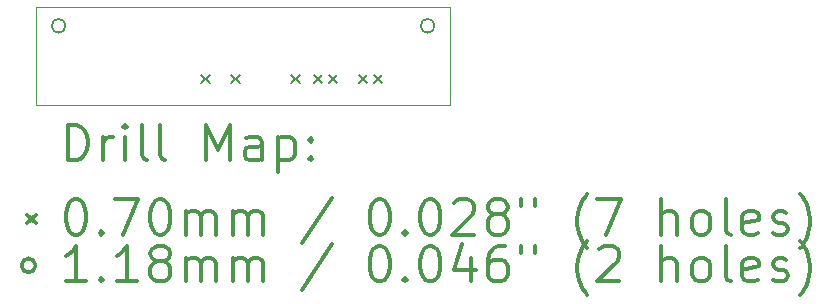
<source format=gbr>
%FSLAX45Y45*%
G04 Gerber Fmt 4.5, Leading zero omitted, Abs format (unit mm)*
G04 Created by KiCad (PCBNEW 4.0.2-stable) date 02/07/2016 18:31:29*
%MOMM*%
G01*
G04 APERTURE LIST*
%ADD10C,0.127000*%
%ADD11C,0.100000*%
%ADD12C,0.200000*%
%ADD13C,0.300000*%
G04 APERTURE END LIST*
D10*
D11*
X12992100Y-9461500D02*
X12992100Y-9563100D01*
X16497300Y-9461500D02*
X16497300Y-9563100D01*
X16497300Y-9436100D02*
X16497300Y-9461500D01*
X12992100Y-9436100D02*
X12992100Y-9461500D01*
X16497300Y-9436100D02*
X16497300Y-8737600D01*
X12992100Y-8737600D02*
X12992100Y-9436100D01*
X12992100Y-9410700D02*
X12992100Y-9436100D01*
X12992100Y-8737600D02*
X16497300Y-8737600D01*
X16497300Y-9563100D02*
X12992100Y-9563100D01*
X16078200Y-8737600D02*
X16497300Y-8737600D01*
D12*
X14392200Y-9312200D02*
X14462200Y-9382200D01*
X14462200Y-9312200D02*
X14392200Y-9382200D01*
X14646200Y-9312200D02*
X14716200Y-9382200D01*
X14716200Y-9312200D02*
X14646200Y-9382200D01*
X15154200Y-9312200D02*
X15224200Y-9382200D01*
X15224200Y-9312200D02*
X15154200Y-9382200D01*
X15344700Y-9312200D02*
X15414700Y-9382200D01*
X15414700Y-9312200D02*
X15344700Y-9382200D01*
X15471700Y-9312200D02*
X15541700Y-9382200D01*
X15541700Y-9312200D02*
X15471700Y-9382200D01*
X15725700Y-9312200D02*
X15795700Y-9382200D01*
X15795700Y-9312200D02*
X15725700Y-9382200D01*
X15852700Y-9312200D02*
X15922700Y-9382200D01*
X15922700Y-9312200D02*
X15852700Y-9382200D01*
X13241200Y-8895100D02*
G75*
G03X13241200Y-8895100I-59000J0D01*
G01*
X16366200Y-8895100D02*
G75*
G03X16366200Y-8895100I-59000J0D01*
G01*
D13*
X13258528Y-10033814D02*
X13258528Y-9733814D01*
X13329957Y-9733814D01*
X13372814Y-9748100D01*
X13401386Y-9776672D01*
X13415671Y-9805243D01*
X13429957Y-9862386D01*
X13429957Y-9905243D01*
X13415671Y-9962386D01*
X13401386Y-9990957D01*
X13372814Y-10019529D01*
X13329957Y-10033814D01*
X13258528Y-10033814D01*
X13558528Y-10033814D02*
X13558528Y-9833814D01*
X13558528Y-9890957D02*
X13572814Y-9862386D01*
X13587100Y-9848100D01*
X13615671Y-9833814D01*
X13644243Y-9833814D01*
X13744243Y-10033814D02*
X13744243Y-9833814D01*
X13744243Y-9733814D02*
X13729957Y-9748100D01*
X13744243Y-9762386D01*
X13758528Y-9748100D01*
X13744243Y-9733814D01*
X13744243Y-9762386D01*
X13929957Y-10033814D02*
X13901386Y-10019529D01*
X13887100Y-9990957D01*
X13887100Y-9733814D01*
X14087100Y-10033814D02*
X14058528Y-10019529D01*
X14044243Y-9990957D01*
X14044243Y-9733814D01*
X14429957Y-10033814D02*
X14429957Y-9733814D01*
X14529957Y-9948100D01*
X14629957Y-9733814D01*
X14629957Y-10033814D01*
X14901386Y-10033814D02*
X14901386Y-9876672D01*
X14887100Y-9848100D01*
X14858528Y-9833814D01*
X14801386Y-9833814D01*
X14772814Y-9848100D01*
X14901386Y-10019529D02*
X14872814Y-10033814D01*
X14801386Y-10033814D01*
X14772814Y-10019529D01*
X14758528Y-9990957D01*
X14758528Y-9962386D01*
X14772814Y-9933814D01*
X14801386Y-9919529D01*
X14872814Y-9919529D01*
X14901386Y-9905243D01*
X15044243Y-9833814D02*
X15044243Y-10133814D01*
X15044243Y-9848100D02*
X15072814Y-9833814D01*
X15129957Y-9833814D01*
X15158528Y-9848100D01*
X15172814Y-9862386D01*
X15187100Y-9890957D01*
X15187100Y-9976672D01*
X15172814Y-10005243D01*
X15158528Y-10019529D01*
X15129957Y-10033814D01*
X15072814Y-10033814D01*
X15044243Y-10019529D01*
X15315671Y-10005243D02*
X15329957Y-10019529D01*
X15315671Y-10033814D01*
X15301386Y-10019529D01*
X15315671Y-10005243D01*
X15315671Y-10033814D01*
X15315671Y-9848100D02*
X15329957Y-9862386D01*
X15315671Y-9876672D01*
X15301386Y-9862386D01*
X15315671Y-9848100D01*
X15315671Y-9876672D01*
X12917100Y-10493100D02*
X12987100Y-10563100D01*
X12987100Y-10493100D02*
X12917100Y-10563100D01*
X13315671Y-10363814D02*
X13344243Y-10363814D01*
X13372814Y-10378100D01*
X13387100Y-10392386D01*
X13401386Y-10420957D01*
X13415671Y-10478100D01*
X13415671Y-10549529D01*
X13401386Y-10606672D01*
X13387100Y-10635243D01*
X13372814Y-10649529D01*
X13344243Y-10663814D01*
X13315671Y-10663814D01*
X13287100Y-10649529D01*
X13272814Y-10635243D01*
X13258528Y-10606672D01*
X13244243Y-10549529D01*
X13244243Y-10478100D01*
X13258528Y-10420957D01*
X13272814Y-10392386D01*
X13287100Y-10378100D01*
X13315671Y-10363814D01*
X13544243Y-10635243D02*
X13558528Y-10649529D01*
X13544243Y-10663814D01*
X13529957Y-10649529D01*
X13544243Y-10635243D01*
X13544243Y-10663814D01*
X13658528Y-10363814D02*
X13858528Y-10363814D01*
X13729957Y-10663814D01*
X14029957Y-10363814D02*
X14058528Y-10363814D01*
X14087100Y-10378100D01*
X14101386Y-10392386D01*
X14115671Y-10420957D01*
X14129957Y-10478100D01*
X14129957Y-10549529D01*
X14115671Y-10606672D01*
X14101386Y-10635243D01*
X14087100Y-10649529D01*
X14058528Y-10663814D01*
X14029957Y-10663814D01*
X14001386Y-10649529D01*
X13987100Y-10635243D01*
X13972814Y-10606672D01*
X13958528Y-10549529D01*
X13958528Y-10478100D01*
X13972814Y-10420957D01*
X13987100Y-10392386D01*
X14001386Y-10378100D01*
X14029957Y-10363814D01*
X14258528Y-10663814D02*
X14258528Y-10463814D01*
X14258528Y-10492386D02*
X14272814Y-10478100D01*
X14301386Y-10463814D01*
X14344243Y-10463814D01*
X14372814Y-10478100D01*
X14387100Y-10506672D01*
X14387100Y-10663814D01*
X14387100Y-10506672D02*
X14401386Y-10478100D01*
X14429957Y-10463814D01*
X14472814Y-10463814D01*
X14501386Y-10478100D01*
X14515671Y-10506672D01*
X14515671Y-10663814D01*
X14658528Y-10663814D02*
X14658528Y-10463814D01*
X14658528Y-10492386D02*
X14672814Y-10478100D01*
X14701386Y-10463814D01*
X14744243Y-10463814D01*
X14772814Y-10478100D01*
X14787100Y-10506672D01*
X14787100Y-10663814D01*
X14787100Y-10506672D02*
X14801386Y-10478100D01*
X14829957Y-10463814D01*
X14872814Y-10463814D01*
X14901386Y-10478100D01*
X14915671Y-10506672D01*
X14915671Y-10663814D01*
X15501386Y-10349529D02*
X15244243Y-10735243D01*
X15887100Y-10363814D02*
X15915671Y-10363814D01*
X15944243Y-10378100D01*
X15958528Y-10392386D01*
X15972814Y-10420957D01*
X15987100Y-10478100D01*
X15987100Y-10549529D01*
X15972814Y-10606672D01*
X15958528Y-10635243D01*
X15944243Y-10649529D01*
X15915671Y-10663814D01*
X15887100Y-10663814D01*
X15858528Y-10649529D01*
X15844243Y-10635243D01*
X15829957Y-10606672D01*
X15815671Y-10549529D01*
X15815671Y-10478100D01*
X15829957Y-10420957D01*
X15844243Y-10392386D01*
X15858528Y-10378100D01*
X15887100Y-10363814D01*
X16115671Y-10635243D02*
X16129957Y-10649529D01*
X16115671Y-10663814D01*
X16101386Y-10649529D01*
X16115671Y-10635243D01*
X16115671Y-10663814D01*
X16315671Y-10363814D02*
X16344243Y-10363814D01*
X16372814Y-10378100D01*
X16387100Y-10392386D01*
X16401385Y-10420957D01*
X16415671Y-10478100D01*
X16415671Y-10549529D01*
X16401385Y-10606672D01*
X16387100Y-10635243D01*
X16372814Y-10649529D01*
X16344243Y-10663814D01*
X16315671Y-10663814D01*
X16287100Y-10649529D01*
X16272814Y-10635243D01*
X16258528Y-10606672D01*
X16244243Y-10549529D01*
X16244243Y-10478100D01*
X16258528Y-10420957D01*
X16272814Y-10392386D01*
X16287100Y-10378100D01*
X16315671Y-10363814D01*
X16529957Y-10392386D02*
X16544243Y-10378100D01*
X16572814Y-10363814D01*
X16644243Y-10363814D01*
X16672814Y-10378100D01*
X16687100Y-10392386D01*
X16701385Y-10420957D01*
X16701385Y-10449529D01*
X16687100Y-10492386D01*
X16515671Y-10663814D01*
X16701385Y-10663814D01*
X16872814Y-10492386D02*
X16844243Y-10478100D01*
X16829957Y-10463814D01*
X16815671Y-10435243D01*
X16815671Y-10420957D01*
X16829957Y-10392386D01*
X16844243Y-10378100D01*
X16872814Y-10363814D01*
X16929957Y-10363814D01*
X16958528Y-10378100D01*
X16972814Y-10392386D01*
X16987100Y-10420957D01*
X16987100Y-10435243D01*
X16972814Y-10463814D01*
X16958528Y-10478100D01*
X16929957Y-10492386D01*
X16872814Y-10492386D01*
X16844243Y-10506672D01*
X16829957Y-10520957D01*
X16815671Y-10549529D01*
X16815671Y-10606672D01*
X16829957Y-10635243D01*
X16844243Y-10649529D01*
X16872814Y-10663814D01*
X16929957Y-10663814D01*
X16958528Y-10649529D01*
X16972814Y-10635243D01*
X16987100Y-10606672D01*
X16987100Y-10549529D01*
X16972814Y-10520957D01*
X16958528Y-10506672D01*
X16929957Y-10492386D01*
X17101386Y-10363814D02*
X17101386Y-10420957D01*
X17215671Y-10363814D02*
X17215671Y-10420957D01*
X17658528Y-10778100D02*
X17644243Y-10763814D01*
X17615671Y-10720957D01*
X17601386Y-10692386D01*
X17587100Y-10649529D01*
X17572814Y-10578100D01*
X17572814Y-10520957D01*
X17587100Y-10449529D01*
X17601386Y-10406672D01*
X17615671Y-10378100D01*
X17644243Y-10335243D01*
X17658528Y-10320957D01*
X17744243Y-10363814D02*
X17944243Y-10363814D01*
X17815671Y-10663814D01*
X18287100Y-10663814D02*
X18287100Y-10363814D01*
X18415671Y-10663814D02*
X18415671Y-10506672D01*
X18401386Y-10478100D01*
X18372814Y-10463814D01*
X18329957Y-10463814D01*
X18301386Y-10478100D01*
X18287100Y-10492386D01*
X18601386Y-10663814D02*
X18572814Y-10649529D01*
X18558528Y-10635243D01*
X18544243Y-10606672D01*
X18544243Y-10520957D01*
X18558528Y-10492386D01*
X18572814Y-10478100D01*
X18601386Y-10463814D01*
X18644243Y-10463814D01*
X18672814Y-10478100D01*
X18687100Y-10492386D01*
X18701386Y-10520957D01*
X18701386Y-10606672D01*
X18687100Y-10635243D01*
X18672814Y-10649529D01*
X18644243Y-10663814D01*
X18601386Y-10663814D01*
X18872814Y-10663814D02*
X18844243Y-10649529D01*
X18829957Y-10620957D01*
X18829957Y-10363814D01*
X19101386Y-10649529D02*
X19072814Y-10663814D01*
X19015671Y-10663814D01*
X18987100Y-10649529D01*
X18972814Y-10620957D01*
X18972814Y-10506672D01*
X18987100Y-10478100D01*
X19015671Y-10463814D01*
X19072814Y-10463814D01*
X19101386Y-10478100D01*
X19115671Y-10506672D01*
X19115671Y-10535243D01*
X18972814Y-10563814D01*
X19229957Y-10649529D02*
X19258529Y-10663814D01*
X19315671Y-10663814D01*
X19344243Y-10649529D01*
X19358529Y-10620957D01*
X19358529Y-10606672D01*
X19344243Y-10578100D01*
X19315671Y-10563814D01*
X19272814Y-10563814D01*
X19244243Y-10549529D01*
X19229957Y-10520957D01*
X19229957Y-10506672D01*
X19244243Y-10478100D01*
X19272814Y-10463814D01*
X19315671Y-10463814D01*
X19344243Y-10478100D01*
X19458528Y-10778100D02*
X19472814Y-10763814D01*
X19501386Y-10720957D01*
X19515671Y-10692386D01*
X19529957Y-10649529D01*
X19544243Y-10578100D01*
X19544243Y-10520957D01*
X19529957Y-10449529D01*
X19515671Y-10406672D01*
X19501386Y-10378100D01*
X19472814Y-10335243D01*
X19458528Y-10320957D01*
X12987100Y-10924100D02*
G75*
G03X12987100Y-10924100I-59000J0D01*
G01*
X13415671Y-11059814D02*
X13244243Y-11059814D01*
X13329957Y-11059814D02*
X13329957Y-10759814D01*
X13301386Y-10802672D01*
X13272814Y-10831243D01*
X13244243Y-10845529D01*
X13544243Y-11031243D02*
X13558528Y-11045529D01*
X13544243Y-11059814D01*
X13529957Y-11045529D01*
X13544243Y-11031243D01*
X13544243Y-11059814D01*
X13844243Y-11059814D02*
X13672814Y-11059814D01*
X13758528Y-11059814D02*
X13758528Y-10759814D01*
X13729957Y-10802672D01*
X13701386Y-10831243D01*
X13672814Y-10845529D01*
X14015671Y-10888386D02*
X13987100Y-10874100D01*
X13972814Y-10859814D01*
X13958528Y-10831243D01*
X13958528Y-10816957D01*
X13972814Y-10788386D01*
X13987100Y-10774100D01*
X14015671Y-10759814D01*
X14072814Y-10759814D01*
X14101386Y-10774100D01*
X14115671Y-10788386D01*
X14129957Y-10816957D01*
X14129957Y-10831243D01*
X14115671Y-10859814D01*
X14101386Y-10874100D01*
X14072814Y-10888386D01*
X14015671Y-10888386D01*
X13987100Y-10902672D01*
X13972814Y-10916957D01*
X13958528Y-10945529D01*
X13958528Y-11002672D01*
X13972814Y-11031243D01*
X13987100Y-11045529D01*
X14015671Y-11059814D01*
X14072814Y-11059814D01*
X14101386Y-11045529D01*
X14115671Y-11031243D01*
X14129957Y-11002672D01*
X14129957Y-10945529D01*
X14115671Y-10916957D01*
X14101386Y-10902672D01*
X14072814Y-10888386D01*
X14258528Y-11059814D02*
X14258528Y-10859814D01*
X14258528Y-10888386D02*
X14272814Y-10874100D01*
X14301386Y-10859814D01*
X14344243Y-10859814D01*
X14372814Y-10874100D01*
X14387100Y-10902672D01*
X14387100Y-11059814D01*
X14387100Y-10902672D02*
X14401386Y-10874100D01*
X14429957Y-10859814D01*
X14472814Y-10859814D01*
X14501386Y-10874100D01*
X14515671Y-10902672D01*
X14515671Y-11059814D01*
X14658528Y-11059814D02*
X14658528Y-10859814D01*
X14658528Y-10888386D02*
X14672814Y-10874100D01*
X14701386Y-10859814D01*
X14744243Y-10859814D01*
X14772814Y-10874100D01*
X14787100Y-10902672D01*
X14787100Y-11059814D01*
X14787100Y-10902672D02*
X14801386Y-10874100D01*
X14829957Y-10859814D01*
X14872814Y-10859814D01*
X14901386Y-10874100D01*
X14915671Y-10902672D01*
X14915671Y-11059814D01*
X15501386Y-10745529D02*
X15244243Y-11131243D01*
X15887100Y-10759814D02*
X15915671Y-10759814D01*
X15944243Y-10774100D01*
X15958528Y-10788386D01*
X15972814Y-10816957D01*
X15987100Y-10874100D01*
X15987100Y-10945529D01*
X15972814Y-11002672D01*
X15958528Y-11031243D01*
X15944243Y-11045529D01*
X15915671Y-11059814D01*
X15887100Y-11059814D01*
X15858528Y-11045529D01*
X15844243Y-11031243D01*
X15829957Y-11002672D01*
X15815671Y-10945529D01*
X15815671Y-10874100D01*
X15829957Y-10816957D01*
X15844243Y-10788386D01*
X15858528Y-10774100D01*
X15887100Y-10759814D01*
X16115671Y-11031243D02*
X16129957Y-11045529D01*
X16115671Y-11059814D01*
X16101386Y-11045529D01*
X16115671Y-11031243D01*
X16115671Y-11059814D01*
X16315671Y-10759814D02*
X16344243Y-10759814D01*
X16372814Y-10774100D01*
X16387100Y-10788386D01*
X16401385Y-10816957D01*
X16415671Y-10874100D01*
X16415671Y-10945529D01*
X16401385Y-11002672D01*
X16387100Y-11031243D01*
X16372814Y-11045529D01*
X16344243Y-11059814D01*
X16315671Y-11059814D01*
X16287100Y-11045529D01*
X16272814Y-11031243D01*
X16258528Y-11002672D01*
X16244243Y-10945529D01*
X16244243Y-10874100D01*
X16258528Y-10816957D01*
X16272814Y-10788386D01*
X16287100Y-10774100D01*
X16315671Y-10759814D01*
X16672814Y-10859814D02*
X16672814Y-11059814D01*
X16601385Y-10745529D02*
X16529957Y-10959814D01*
X16715671Y-10959814D01*
X16958528Y-10759814D02*
X16901386Y-10759814D01*
X16872814Y-10774100D01*
X16858528Y-10788386D01*
X16829957Y-10831243D01*
X16815671Y-10888386D01*
X16815671Y-11002672D01*
X16829957Y-11031243D01*
X16844243Y-11045529D01*
X16872814Y-11059814D01*
X16929957Y-11059814D01*
X16958528Y-11045529D01*
X16972814Y-11031243D01*
X16987100Y-11002672D01*
X16987100Y-10931243D01*
X16972814Y-10902672D01*
X16958528Y-10888386D01*
X16929957Y-10874100D01*
X16872814Y-10874100D01*
X16844243Y-10888386D01*
X16829957Y-10902672D01*
X16815671Y-10931243D01*
X17101386Y-10759814D02*
X17101386Y-10816957D01*
X17215671Y-10759814D02*
X17215671Y-10816957D01*
X17658528Y-11174100D02*
X17644243Y-11159814D01*
X17615671Y-11116957D01*
X17601386Y-11088386D01*
X17587100Y-11045529D01*
X17572814Y-10974100D01*
X17572814Y-10916957D01*
X17587100Y-10845529D01*
X17601386Y-10802672D01*
X17615671Y-10774100D01*
X17644243Y-10731243D01*
X17658528Y-10716957D01*
X17758528Y-10788386D02*
X17772814Y-10774100D01*
X17801386Y-10759814D01*
X17872814Y-10759814D01*
X17901386Y-10774100D01*
X17915671Y-10788386D01*
X17929957Y-10816957D01*
X17929957Y-10845529D01*
X17915671Y-10888386D01*
X17744243Y-11059814D01*
X17929957Y-11059814D01*
X18287100Y-11059814D02*
X18287100Y-10759814D01*
X18415671Y-11059814D02*
X18415671Y-10902672D01*
X18401386Y-10874100D01*
X18372814Y-10859814D01*
X18329957Y-10859814D01*
X18301386Y-10874100D01*
X18287100Y-10888386D01*
X18601386Y-11059814D02*
X18572814Y-11045529D01*
X18558528Y-11031243D01*
X18544243Y-11002672D01*
X18544243Y-10916957D01*
X18558528Y-10888386D01*
X18572814Y-10874100D01*
X18601386Y-10859814D01*
X18644243Y-10859814D01*
X18672814Y-10874100D01*
X18687100Y-10888386D01*
X18701386Y-10916957D01*
X18701386Y-11002672D01*
X18687100Y-11031243D01*
X18672814Y-11045529D01*
X18644243Y-11059814D01*
X18601386Y-11059814D01*
X18872814Y-11059814D02*
X18844243Y-11045529D01*
X18829957Y-11016957D01*
X18829957Y-10759814D01*
X19101386Y-11045529D02*
X19072814Y-11059814D01*
X19015671Y-11059814D01*
X18987100Y-11045529D01*
X18972814Y-11016957D01*
X18972814Y-10902672D01*
X18987100Y-10874100D01*
X19015671Y-10859814D01*
X19072814Y-10859814D01*
X19101386Y-10874100D01*
X19115671Y-10902672D01*
X19115671Y-10931243D01*
X18972814Y-10959814D01*
X19229957Y-11045529D02*
X19258529Y-11059814D01*
X19315671Y-11059814D01*
X19344243Y-11045529D01*
X19358529Y-11016957D01*
X19358529Y-11002672D01*
X19344243Y-10974100D01*
X19315671Y-10959814D01*
X19272814Y-10959814D01*
X19244243Y-10945529D01*
X19229957Y-10916957D01*
X19229957Y-10902672D01*
X19244243Y-10874100D01*
X19272814Y-10859814D01*
X19315671Y-10859814D01*
X19344243Y-10874100D01*
X19458528Y-11174100D02*
X19472814Y-11159814D01*
X19501386Y-11116957D01*
X19515671Y-11088386D01*
X19529957Y-11045529D01*
X19544243Y-10974100D01*
X19544243Y-10916957D01*
X19529957Y-10845529D01*
X19515671Y-10802672D01*
X19501386Y-10774100D01*
X19472814Y-10731243D01*
X19458528Y-10716957D01*
M02*

</source>
